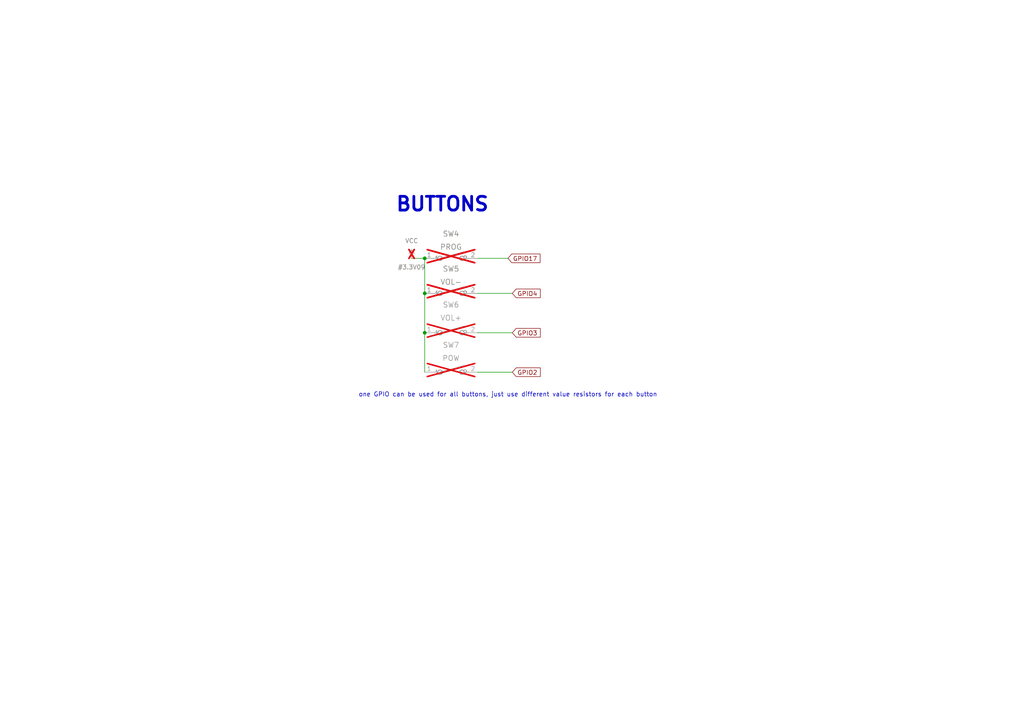
<source format=kicad_sch>
(kicad_sch (version 20250114) (generator "eeschema") (generator_version "9.0")
  (paper "A4")
  (lib_symbols
    (symbol "SPIRIT-components:TL3330AF260QG" (pin_names (offset 0.254))
      (property "Reference" "SW" (at 7.62 3.81 0))
      (property "Value" "TL3330AF260QG" (at 0 6.35 0))
      (symbol "TL3330AF260QG_0_1"
        (polyline (pts (xy 2.54 0) (xy 3.81 0)) (stroke (width 0.2032)))
        (polyline (pts (xy 4.445 0) (xy 11.43 1.905)) (stroke (width 0.2032)))
        (circle (center 4.445 0) (radius 0.635) (stroke (width 0.254)))
        (circle (center 10.795 0) (radius 0.635) (stroke (width 0.254)))
        (polyline (pts (xy 12.7 0) (xy 11.43 0)) (stroke (width 0.2032)))
        (pin unspecified line (at 0 0 0) (length 2.54) (name "1") (number "1"))
        (pin unspecified line (at 15.24 0 180) (length 2.54) (name "2") (number "2"))
      )
    )
    (symbol "TL3330AF260QG_1" (pin_names (offset 0.254))
      (property "Reference" "SW" (at 7.62 3.81 0))
      (property "Value" "TL3330AF260QG_1" (at 0 6.35 0))
      (symbol "TL3330AF260QG_1_0_1"
        (polyline (pts (xy 2.54 0) (xy 3.81 0)) (stroke (width 0.2032)))
        (polyline (pts (xy 4.445 0) (xy 11.43 1.905)) (stroke (width 0.2032)))
        (circle (center 4.445 0) (radius 0.635) (stroke (width 0.254)))
        (circle (center 10.795 0) (radius 0.635) (stroke (width 0.254)))
        (polyline (pts (xy 12.7 0) (xy 11.43 0)) (stroke (width 0.2032)))
        (pin unspecified line (at 0 0 0) (length 2.54) (name "1") (number "1"))
        (pin unspecified line (at 15.24 0 180) (length 2.54) (name "2") (number "2"))
      )
    )
    (symbol "TL3330AF260QG_2" (pin_names (offset 0.254))
      (property "Reference" "SW" (at 7.62 3.81 0))
      (property "Value" "TL3330AF260QG_2" (at 0 6.35 0))
      (symbol "TL3330AF260QG_2_0_1"
        (polyline (pts (xy 2.54 0) (xy 3.81 0)) (stroke (width 0.2032)))
        (polyline (pts (xy 4.445 0) (xy 11.43 1.905)) (stroke (width 0.2032)))
        (circle (center 4.445 0) (radius 0.635) (stroke (width 0.254)))
        (circle (center 10.795 0) (radius 0.635) (stroke (width 0.254)))
        (polyline (pts (xy 12.7 0) (xy 11.43 0)) (stroke (width 0.2032)))
        (pin unspecified line (at 0 0 0) (length 2.54) (name "1") (number "1"))
        (pin unspecified line (at 15.24 0 180) (length 2.54) (name "2") (number "2"))
      )
    )
    (symbol "TL3330AF260QG_3" (pin_names (offset 0.254))
      (property "Reference" "SW" (at 7.62 3.81 0))
      (property "Value" "TL3330AF260QG_3" (at 0 6.35 0))
      (symbol "TL3330AF260QG_3_0_1"
        (polyline (pts (xy 2.54 0) (xy 3.81 0)) (stroke (width 0.2032)))
        (polyline (pts (xy 4.445 0) (xy 11.43 1.905)) (stroke (width 0.2032)))
        (circle (center 4.445 0) (radius 0.635) (stroke (width 0.254)))
        (circle (center 10.795 0) (radius 0.635) (stroke (width 0.254)))
        (polyline (pts (xy 12.7 0) (xy 11.43 0)) (stroke (width 0.2032)))
        (pin unspecified line (at 0 0 0) (length 2.54) (name "1") (number "1"))
        (pin unspecified line (at 15.24 0 180) (length 2.54) (name "2") (number "2"))
      )
    )
    (symbol "power:VCC" (power) (pin_names (offset 0))
      (property "Value" "VCC" (at 0 3.81 0))
      (symbol "VCC_0_1"
        (polyline (pts (xy -0.762 1.27) (xy 0 2.54)))
        (polyline (pts (xy 0 2.54) (xy 0.762 1.27)))
        (polyline (pts (xy 0 0) (xy 0 2.54)))
      )
      (symbol "VCC_1_1"
        (pin power_in line (at 0 0 90) (length 0) (hide yes) (name "VCC") (number "1"))
      )
    )
  )
  (text "BUTTONS" (at 114.554 61.722 0) (effects (font (size 4 4) (thickness 0.8) (bold yes)) (justify left bottom)))
  (text "one GPIO can be used for all buttons, just use different value resistors for each button" (at 147.32 114.554 0) (effects (font (size 1.27 1.27))))
  (junction (at 123.19 74.93))
  (junction (at 123.19 96.52))
  (junction (at 123.19 85.09))
  (wire (pts (xy 123.19 74.93) (xy 123.19 85.09)))
  (wire (pts (xy 138.43 96.52) (xy 148.59 96.52)))
  (wire (pts (xy 119.38 74.93) (xy 123.19 74.93)))
  (wire (pts (xy 138.43 74.93) (xy 147.32 74.93)))
  (wire (pts (xy 138.43 107.95) (xy 148.59 107.95)))
  (wire (pts (xy 123.19 85.09) (xy 123.19 96.52)))
  (wire (pts (xy 123.19 96.52) (xy 123.19 107.95)))
  (wire (pts (xy 138.43 85.09) (xy 148.59 85.09)))
  (global_label "GPIO17" (shape input) (at 147.32 74.93 0) (property "Intersheetrefs" "${INTERSHEET_REFS}" (effects (hide yes))))
  (global_label "GPIO3" (shape input) (at 148.59 96.52 0) (property "Intersheetrefs" "${INTERSHEET_REFS}" (effects (hide yes))))
  (global_label "GPIO4" (shape input) (at 148.59 85.09 0) (property "Intersheetrefs" "${INTERSHEET_REFS}" (effects (hide yes))))
  (global_label "GPIO2" (shape input) (at 148.59 107.95 0) (property "Intersheetrefs" "${INTERSHEET_REFS}" (effects (hide yes))))
  (symbol (lib_name "TL3330AF260QG_1") (lib_id "SPIRIT-components:TL3330AF260QG") (at 123.19 74.93 0) (unit 1) (dnp yes)
    (property "Reference" "SW4" (at 130.81 67.818 0) (effects (font (size 1.524 1.524))))
    (property "Value" "PROG" (at 130.81 71.628 0) (effects (font (size 1.524 1.524))))
    (property "Footprint" "SPIRIT-footprints:buttonSW_TL3330_EWI" (effects (hide yes)))
    (property "Datasheet" "TL3330AF260QG" (effects (hide yes)))
  )
  (symbol (lib_id "power:VCC") (at 119.38 74.93 0) (unit 1) (dnp yes)
    (property "Reference" "#3.3V09" (at 119.38 77.47 0))
    (property "Value" "VCC" (at 119.38 69.85 0))
  )
  (symbol (lib_name "TL3330AF260QG_3") (lib_id "SPIRIT-components:TL3330AF260QG") (at 123.19 96.52 0) (unit 1) (dnp yes)
    (property "Reference" "SW6" (at 130.81 88.392 0) (effects (font (size 1.524 1.524))))
    (property "Value" "VOL+" (at 130.81 92.202 0) (effects (font (size 1.524 1.524))))
    (property "Footprint" "SPIRIT-footprints:buttonSW_TL3330_EWI" (effects (hide yes)))
    (property "Datasheet" "TL3330AF260QG" (effects (hide yes)))
  )
  (symbol (lib_name "TL3330AF260QG_2") (lib_id "SPIRIT-components:TL3330AF260QG") (at 123.19 85.09 0) (unit 1) (dnp yes)
    (property "Reference" "SW5" (at 130.81 77.978 0) (effects (font (size 1.524 1.524))))
    (property "Value" "VOL-" (at 130.81 81.788 0) (effects (font (size 1.524 1.524))))
    (property "Footprint" "SPIRIT-footprints:buttonSW_TL3330_EWI" (effects (hide yes)))
    (property "Datasheet" "TL3330AF260QG" (effects (hide yes)))
  )
  (symbol (lib_id "SPIRIT-components:TL3330AF260QG") (at 123.19 107.95 0) (unit 1) (dnp yes)
    (property "Reference" "SW7" (at 130.81 100.076 0) (effects (font (size 1.524 1.524))))
    (property "Value" "POW" (at 130.81 103.886 0) (effects (font (size 1.524 1.524))))
    (property "Footprint" "SPIRIT-footprints:buttonSW_TL3330_EWI" (effects (hide yes)))
    (property "Datasheet" "TL3330AF260QG" (effects (hide yes)))
  )
)
</source>
